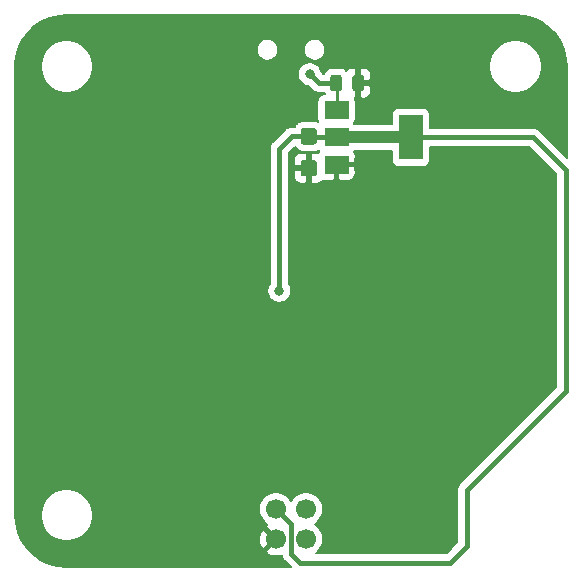
<source format=gbl>
G04 #@! TF.GenerationSoftware,KiCad,Pcbnew,(5.1.0)-1*
G04 #@! TF.CreationDate,2019-04-07T12:03:36+10:00*
G04 #@! TF.ProjectId,SAO101,53414f31-3031-42e6-9b69-6361645f7063,rev?*
G04 #@! TF.SameCoordinates,Original*
G04 #@! TF.FileFunction,Copper,L2,Bot*
G04 #@! TF.FilePolarity,Positive*
%FSLAX46Y46*%
G04 Gerber Fmt 4.6, Leading zero omitted, Abs format (unit mm)*
G04 Created by KiCad (PCBNEW (5.1.0)-1) date 2019-04-07 12:03:36*
%MOMM*%
%LPD*%
G04 APERTURE LIST*
%ADD10C,0.100000*%
%ADD11C,0.975000*%
%ADD12C,1.350000*%
%ADD13R,2.000000X3.800000*%
%ADD14R,2.000000X1.500000*%
%ADD15C,1.700000*%
%ADD16C,0.800000*%
%ADD17C,0.600000*%
%ADD18C,0.250000*%
%ADD19C,0.400000*%
%ADD20C,1.000000*%
%ADD21C,0.200000*%
G04 APERTURE END LIST*
D10*
G36*
X131080142Y-65701174D02*
G01*
X131103803Y-65704684D01*
X131127007Y-65710496D01*
X131149529Y-65718554D01*
X131171153Y-65728782D01*
X131191670Y-65741079D01*
X131210883Y-65755329D01*
X131228607Y-65771393D01*
X131244671Y-65789117D01*
X131258921Y-65808330D01*
X131271218Y-65828847D01*
X131281446Y-65850471D01*
X131289504Y-65872993D01*
X131295316Y-65896197D01*
X131298826Y-65919858D01*
X131300000Y-65943750D01*
X131300000Y-66856250D01*
X131298826Y-66880142D01*
X131295316Y-66903803D01*
X131289504Y-66927007D01*
X131281446Y-66949529D01*
X131271218Y-66971153D01*
X131258921Y-66991670D01*
X131244671Y-67010883D01*
X131228607Y-67028607D01*
X131210883Y-67044671D01*
X131191670Y-67058921D01*
X131171153Y-67071218D01*
X131149529Y-67081446D01*
X131127007Y-67089504D01*
X131103803Y-67095316D01*
X131080142Y-67098826D01*
X131056250Y-67100000D01*
X130568750Y-67100000D01*
X130544858Y-67098826D01*
X130521197Y-67095316D01*
X130497993Y-67089504D01*
X130475471Y-67081446D01*
X130453847Y-67071218D01*
X130433330Y-67058921D01*
X130414117Y-67044671D01*
X130396393Y-67028607D01*
X130380329Y-67010883D01*
X130366079Y-66991670D01*
X130353782Y-66971153D01*
X130343554Y-66949529D01*
X130335496Y-66927007D01*
X130329684Y-66903803D01*
X130326174Y-66880142D01*
X130325000Y-66856250D01*
X130325000Y-65943750D01*
X130326174Y-65919858D01*
X130329684Y-65896197D01*
X130335496Y-65872993D01*
X130343554Y-65850471D01*
X130353782Y-65828847D01*
X130366079Y-65808330D01*
X130380329Y-65789117D01*
X130396393Y-65771393D01*
X130414117Y-65755329D01*
X130433330Y-65741079D01*
X130453847Y-65728782D01*
X130475471Y-65718554D01*
X130497993Y-65710496D01*
X130521197Y-65704684D01*
X130544858Y-65701174D01*
X130568750Y-65700000D01*
X131056250Y-65700000D01*
X131080142Y-65701174D01*
X131080142Y-65701174D01*
G37*
D11*
X130812500Y-66400000D03*
D10*
G36*
X132955142Y-65701174D02*
G01*
X132978803Y-65704684D01*
X133002007Y-65710496D01*
X133024529Y-65718554D01*
X133046153Y-65728782D01*
X133066670Y-65741079D01*
X133085883Y-65755329D01*
X133103607Y-65771393D01*
X133119671Y-65789117D01*
X133133921Y-65808330D01*
X133146218Y-65828847D01*
X133156446Y-65850471D01*
X133164504Y-65872993D01*
X133170316Y-65896197D01*
X133173826Y-65919858D01*
X133175000Y-65943750D01*
X133175000Y-66856250D01*
X133173826Y-66880142D01*
X133170316Y-66903803D01*
X133164504Y-66927007D01*
X133156446Y-66949529D01*
X133146218Y-66971153D01*
X133133921Y-66991670D01*
X133119671Y-67010883D01*
X133103607Y-67028607D01*
X133085883Y-67044671D01*
X133066670Y-67058921D01*
X133046153Y-67071218D01*
X133024529Y-67081446D01*
X133002007Y-67089504D01*
X132978803Y-67095316D01*
X132955142Y-67098826D01*
X132931250Y-67100000D01*
X132443750Y-67100000D01*
X132419858Y-67098826D01*
X132396197Y-67095316D01*
X132372993Y-67089504D01*
X132350471Y-67081446D01*
X132328847Y-67071218D01*
X132308330Y-67058921D01*
X132289117Y-67044671D01*
X132271393Y-67028607D01*
X132255329Y-67010883D01*
X132241079Y-66991670D01*
X132228782Y-66971153D01*
X132218554Y-66949529D01*
X132210496Y-66927007D01*
X132204684Y-66903803D01*
X132201174Y-66880142D01*
X132200000Y-66856250D01*
X132200000Y-65943750D01*
X132201174Y-65919858D01*
X132204684Y-65896197D01*
X132210496Y-65872993D01*
X132218554Y-65850471D01*
X132228782Y-65828847D01*
X132241079Y-65808330D01*
X132255329Y-65789117D01*
X132271393Y-65771393D01*
X132289117Y-65755329D01*
X132308330Y-65741079D01*
X132328847Y-65728782D01*
X132350471Y-65718554D01*
X132372993Y-65710496D01*
X132396197Y-65704684D01*
X132419858Y-65701174D01*
X132443750Y-65700000D01*
X132931250Y-65700000D01*
X132955142Y-65701174D01*
X132955142Y-65701174D01*
G37*
D11*
X132687500Y-66400000D03*
D10*
G36*
X128949505Y-70201204D02*
G01*
X128973773Y-70204804D01*
X128997572Y-70210765D01*
X129020671Y-70219030D01*
X129042850Y-70229520D01*
X129063893Y-70242132D01*
X129083599Y-70256747D01*
X129101777Y-70273223D01*
X129118253Y-70291401D01*
X129132868Y-70311107D01*
X129145480Y-70332150D01*
X129155970Y-70354329D01*
X129164235Y-70377428D01*
X129170196Y-70401227D01*
X129173796Y-70425495D01*
X129175000Y-70449999D01*
X129175000Y-71350001D01*
X129173796Y-71374505D01*
X129170196Y-71398773D01*
X129164235Y-71422572D01*
X129155970Y-71445671D01*
X129145480Y-71467850D01*
X129132868Y-71488893D01*
X129118253Y-71508599D01*
X129101777Y-71526777D01*
X129083599Y-71543253D01*
X129063893Y-71557868D01*
X129042850Y-71570480D01*
X129020671Y-71580970D01*
X128997572Y-71589235D01*
X128973773Y-71595196D01*
X128949505Y-71598796D01*
X128925001Y-71600000D01*
X128074999Y-71600000D01*
X128050495Y-71598796D01*
X128026227Y-71595196D01*
X128002428Y-71589235D01*
X127979329Y-71580970D01*
X127957150Y-71570480D01*
X127936107Y-71557868D01*
X127916401Y-71543253D01*
X127898223Y-71526777D01*
X127881747Y-71508599D01*
X127867132Y-71488893D01*
X127854520Y-71467850D01*
X127844030Y-71445671D01*
X127835765Y-71422572D01*
X127829804Y-71398773D01*
X127826204Y-71374505D01*
X127825000Y-71350001D01*
X127825000Y-70449999D01*
X127826204Y-70425495D01*
X127829804Y-70401227D01*
X127835765Y-70377428D01*
X127844030Y-70354329D01*
X127854520Y-70332150D01*
X127867132Y-70311107D01*
X127881747Y-70291401D01*
X127898223Y-70273223D01*
X127916401Y-70256747D01*
X127936107Y-70242132D01*
X127957150Y-70229520D01*
X127979329Y-70219030D01*
X128002428Y-70210765D01*
X128026227Y-70204804D01*
X128050495Y-70201204D01*
X128074999Y-70200000D01*
X128925001Y-70200000D01*
X128949505Y-70201204D01*
X128949505Y-70201204D01*
G37*
D12*
X128500000Y-70900000D03*
D10*
G36*
X128949505Y-72901204D02*
G01*
X128973773Y-72904804D01*
X128997572Y-72910765D01*
X129020671Y-72919030D01*
X129042850Y-72929520D01*
X129063893Y-72942132D01*
X129083599Y-72956747D01*
X129101777Y-72973223D01*
X129118253Y-72991401D01*
X129132868Y-73011107D01*
X129145480Y-73032150D01*
X129155970Y-73054329D01*
X129164235Y-73077428D01*
X129170196Y-73101227D01*
X129173796Y-73125495D01*
X129175000Y-73149999D01*
X129175000Y-74050001D01*
X129173796Y-74074505D01*
X129170196Y-74098773D01*
X129164235Y-74122572D01*
X129155970Y-74145671D01*
X129145480Y-74167850D01*
X129132868Y-74188893D01*
X129118253Y-74208599D01*
X129101777Y-74226777D01*
X129083599Y-74243253D01*
X129063893Y-74257868D01*
X129042850Y-74270480D01*
X129020671Y-74280970D01*
X128997572Y-74289235D01*
X128973773Y-74295196D01*
X128949505Y-74298796D01*
X128925001Y-74300000D01*
X128074999Y-74300000D01*
X128050495Y-74298796D01*
X128026227Y-74295196D01*
X128002428Y-74289235D01*
X127979329Y-74280970D01*
X127957150Y-74270480D01*
X127936107Y-74257868D01*
X127916401Y-74243253D01*
X127898223Y-74226777D01*
X127881747Y-74208599D01*
X127867132Y-74188893D01*
X127854520Y-74167850D01*
X127844030Y-74145671D01*
X127835765Y-74122572D01*
X127829804Y-74098773D01*
X127826204Y-74074505D01*
X127825000Y-74050001D01*
X127825000Y-73149999D01*
X127826204Y-73125495D01*
X127829804Y-73101227D01*
X127835765Y-73077428D01*
X127844030Y-73054329D01*
X127854520Y-73032150D01*
X127867132Y-73011107D01*
X127881747Y-72991401D01*
X127898223Y-72973223D01*
X127916401Y-72956747D01*
X127936107Y-72942132D01*
X127957150Y-72929520D01*
X127979329Y-72919030D01*
X128002428Y-72910765D01*
X128026227Y-72904804D01*
X128050495Y-72901204D01*
X128074999Y-72900000D01*
X128925001Y-72900000D01*
X128949505Y-72901204D01*
X128949505Y-72901204D01*
G37*
D12*
X128500000Y-73600000D03*
D13*
X137150000Y-71000000D03*
D14*
X130850000Y-71000000D03*
X130850000Y-68700000D03*
X130850000Y-73300000D03*
D15*
X128270000Y-102480000D03*
X125730000Y-102480000D03*
X128270000Y-105020000D03*
X125730000Y-105020000D03*
D16*
X128588652Y-65636348D03*
D17*
X145800000Y-76000000D03*
X145800000Y-78300000D03*
X145800000Y-80500000D03*
X145800000Y-82800000D03*
X145800000Y-85000000D03*
X145800000Y-87300000D03*
X145800000Y-89500000D03*
X145800000Y-91800000D03*
X134300000Y-88200000D03*
X132800000Y-89600000D03*
X118000000Y-94800000D03*
X114200000Y-94900000D03*
X110100000Y-94900000D03*
X105800000Y-95000000D03*
X107100000Y-80900000D03*
X109200000Y-80900000D03*
X114800000Y-81000000D03*
X116900000Y-81000000D03*
X121625000Y-85625000D03*
X125700000Y-65600000D03*
X130600000Y-89600000D03*
X130900000Y-75000000D03*
X127000000Y-73600000D03*
D16*
X126000000Y-84000000D03*
D18*
X130850000Y-66787500D02*
X130812500Y-66750000D01*
X130850000Y-68700000D02*
X130850000Y-66787500D01*
D19*
X130812500Y-66400000D02*
X129352304Y-66400000D01*
X129352304Y-66400000D02*
X128588652Y-65636348D01*
X128600000Y-71000000D02*
X128500000Y-70900000D01*
X130850000Y-71000000D02*
X128600000Y-71000000D01*
X147500000Y-71000000D02*
X137150000Y-71000000D01*
X150250000Y-73750000D02*
X147500000Y-71000000D01*
X150250000Y-92500000D02*
X150250000Y-73750000D01*
X141875000Y-100875000D02*
X150250000Y-92500000D01*
X127019999Y-103769999D02*
X127019999Y-106269999D01*
X125730000Y-102480000D02*
X127019999Y-103769999D01*
X127019999Y-106269999D02*
X127750000Y-107000000D01*
X127750000Y-107000000D02*
X140500000Y-107000000D01*
X140500000Y-107000000D02*
X141875000Y-105625000D01*
X141875000Y-105625000D02*
X141875000Y-100875000D01*
D20*
X130850000Y-71000000D02*
X137150000Y-71000000D01*
D19*
X127100000Y-70900000D02*
X128500000Y-70900000D01*
X126000000Y-72000000D02*
X127100000Y-70900000D01*
X126000000Y-83000000D02*
X126000000Y-72000000D01*
X126000000Y-83000000D02*
X126000000Y-84000000D01*
D21*
G36*
X146772882Y-60704494D02*
G01*
X147521339Y-60909249D01*
X148221700Y-61243304D01*
X148851844Y-61696108D01*
X149391842Y-62253343D01*
X149824627Y-62897395D01*
X150136520Y-63607906D01*
X150318833Y-64367292D01*
X150367000Y-65023210D01*
X150367000Y-72724316D01*
X148099411Y-70456728D01*
X148074106Y-70425894D01*
X147951072Y-70324922D01*
X147810704Y-70249894D01*
X147658396Y-70203692D01*
X147539688Y-70192000D01*
X147539680Y-70192000D01*
X147500000Y-70188092D01*
X147460320Y-70192000D01*
X138760941Y-70192000D01*
X138760941Y-69100000D01*
X138749202Y-68980811D01*
X138714436Y-68866203D01*
X138657979Y-68760579D01*
X138582001Y-68667999D01*
X138489421Y-68592021D01*
X138383797Y-68535564D01*
X138269189Y-68500798D01*
X138150000Y-68489059D01*
X136150000Y-68489059D01*
X136030811Y-68500798D01*
X135916203Y-68535564D01*
X135810579Y-68592021D01*
X135717999Y-68667999D01*
X135642021Y-68760579D01*
X135585564Y-68866203D01*
X135550798Y-68980811D01*
X135539059Y-69100000D01*
X135539059Y-69892000D01*
X132342732Y-69892000D01*
X132308263Y-69850000D01*
X132357979Y-69789421D01*
X132414436Y-69683797D01*
X132449202Y-69569189D01*
X132460941Y-69450000D01*
X132460941Y-67950000D01*
X132449202Y-67830811D01*
X132414436Y-67716203D01*
X132400106Y-67689394D01*
X132533500Y-67556000D01*
X132533500Y-66554000D01*
X132841500Y-66554000D01*
X132841500Y-67556000D01*
X132993500Y-67708000D01*
X133175000Y-67710942D01*
X133294189Y-67699203D01*
X133408797Y-67664437D01*
X133514421Y-67607980D01*
X133607001Y-67532001D01*
X133682980Y-67439421D01*
X133739437Y-67333797D01*
X133774203Y-67219189D01*
X133785942Y-67100000D01*
X133783000Y-66706000D01*
X133631000Y-66554000D01*
X132841500Y-66554000D01*
X132533500Y-66554000D01*
X132513500Y-66554000D01*
X132513500Y-66246000D01*
X132533500Y-66246000D01*
X132533500Y-65244000D01*
X132841500Y-65244000D01*
X132841500Y-66246000D01*
X133631000Y-66246000D01*
X133783000Y-66094000D01*
X133785942Y-65700000D01*
X133774203Y-65580811D01*
X133739437Y-65466203D01*
X133682980Y-65360579D01*
X133607001Y-65267999D01*
X133514421Y-65192020D01*
X133408797Y-65135563D01*
X133294189Y-65100797D01*
X133175000Y-65089058D01*
X132993500Y-65092000D01*
X132841500Y-65244000D01*
X132533500Y-65244000D01*
X132381500Y-65092000D01*
X132200000Y-65089058D01*
X132080811Y-65100797D01*
X131966203Y-65135563D01*
X131860579Y-65192020D01*
X131767999Y-65267999D01*
X131692020Y-65360579D01*
X131686489Y-65370928D01*
X131660608Y-65339392D01*
X131531091Y-65233100D01*
X131383326Y-65154118D01*
X131222992Y-65105482D01*
X131056250Y-65089059D01*
X130568750Y-65089059D01*
X130402008Y-65105482D01*
X130241674Y-65154118D01*
X130093909Y-65233100D01*
X129964392Y-65339392D01*
X129858100Y-65468909D01*
X129792307Y-65592000D01*
X129686988Y-65592000D01*
X129587861Y-65492873D01*
X129557915Y-65342325D01*
X129481930Y-65158881D01*
X129371617Y-64993786D01*
X129231214Y-64853383D01*
X129125177Y-64782531D01*
X143792000Y-64782531D01*
X143792000Y-65217469D01*
X143876852Y-65644050D01*
X144043295Y-66045880D01*
X144284934Y-66407518D01*
X144592482Y-66715066D01*
X144954120Y-66956705D01*
X145355950Y-67123148D01*
X145782531Y-67208000D01*
X146217469Y-67208000D01*
X146644050Y-67123148D01*
X147045880Y-66956705D01*
X147407518Y-66715066D01*
X147715066Y-66407518D01*
X147956705Y-66045880D01*
X148123148Y-65644050D01*
X148208000Y-65217469D01*
X148208000Y-64782531D01*
X148123148Y-64355950D01*
X147956705Y-63954120D01*
X147715066Y-63592482D01*
X147407518Y-63284934D01*
X147045880Y-63043295D01*
X146644050Y-62876852D01*
X146217469Y-62792000D01*
X145782531Y-62792000D01*
X145355950Y-62876852D01*
X144954120Y-63043295D01*
X144592482Y-63284934D01*
X144284934Y-63592482D01*
X144043295Y-63954120D01*
X143876852Y-64355950D01*
X143792000Y-64782531D01*
X129125177Y-64782531D01*
X129066119Y-64743070D01*
X128882675Y-64667085D01*
X128687931Y-64628348D01*
X128489373Y-64628348D01*
X128294629Y-64667085D01*
X128111185Y-64743070D01*
X127946090Y-64853383D01*
X127805687Y-64993786D01*
X127695374Y-65158881D01*
X127619389Y-65342325D01*
X127580652Y-65537069D01*
X127580652Y-65735627D01*
X127619389Y-65930371D01*
X127695374Y-66113815D01*
X127805687Y-66278910D01*
X127946090Y-66419313D01*
X128111185Y-66529626D01*
X128294629Y-66605611D01*
X128445177Y-66635557D01*
X128752897Y-66943277D01*
X128778198Y-66974106D01*
X128901232Y-67075078D01*
X129041600Y-67150106D01*
X129147705Y-67182293D01*
X129193907Y-67196308D01*
X129197908Y-67196702D01*
X129312616Y-67208000D01*
X129312623Y-67208000D01*
X129352303Y-67211908D01*
X129391983Y-67208000D01*
X129792307Y-67208000D01*
X129858100Y-67331091D01*
X129864639Y-67339059D01*
X129850000Y-67339059D01*
X129730811Y-67350798D01*
X129616203Y-67385564D01*
X129510579Y-67442021D01*
X129417999Y-67517999D01*
X129342021Y-67610579D01*
X129285564Y-67716203D01*
X129250798Y-67830811D01*
X129239059Y-67950000D01*
X129239059Y-69450000D01*
X129250798Y-69569189D01*
X129281009Y-69668780D01*
X129254468Y-69654594D01*
X129092962Y-69605602D01*
X128925001Y-69589059D01*
X128074999Y-69589059D01*
X127907038Y-69605602D01*
X127745532Y-69654594D01*
X127596686Y-69734154D01*
X127466222Y-69841222D01*
X127359154Y-69971686D01*
X127294845Y-70092000D01*
X127139680Y-70092000D01*
X127100000Y-70088092D01*
X127060320Y-70092000D01*
X127060312Y-70092000D01*
X126955536Y-70102320D01*
X126941603Y-70103692D01*
X126789295Y-70149894D01*
X126740402Y-70176029D01*
X126648928Y-70224922D01*
X126525894Y-70325894D01*
X126500594Y-70356722D01*
X125456723Y-71400594D01*
X125425895Y-71425894D01*
X125324923Y-71548928D01*
X125257495Y-71675077D01*
X125249895Y-71689296D01*
X125203692Y-71841604D01*
X125188092Y-72000000D01*
X125192001Y-72039690D01*
X125192000Y-82960312D01*
X125192000Y-83394905D01*
X125106722Y-83522533D01*
X125030737Y-83705977D01*
X124992000Y-83900721D01*
X124992000Y-84099279D01*
X125030737Y-84294023D01*
X125106722Y-84477467D01*
X125217035Y-84642562D01*
X125357438Y-84782965D01*
X125522533Y-84893278D01*
X125705977Y-84969263D01*
X125900721Y-85008000D01*
X126099279Y-85008000D01*
X126294023Y-84969263D01*
X126477467Y-84893278D01*
X126642562Y-84782965D01*
X126782965Y-84642562D01*
X126893278Y-84477467D01*
X126969263Y-84294023D01*
X127008000Y-84099279D01*
X127008000Y-83900721D01*
X126969263Y-83705977D01*
X126893278Y-83522533D01*
X126808000Y-83394906D01*
X126808000Y-74300000D01*
X127214058Y-74300000D01*
X127225797Y-74419189D01*
X127260563Y-74533797D01*
X127317020Y-74639421D01*
X127392999Y-74732001D01*
X127485579Y-74807980D01*
X127591203Y-74864437D01*
X127705811Y-74899203D01*
X127825000Y-74910942D01*
X128194000Y-74908000D01*
X128346000Y-74756000D01*
X128346000Y-73754000D01*
X127369000Y-73754000D01*
X127217000Y-73906000D01*
X127214058Y-74300000D01*
X126808000Y-74300000D01*
X126808000Y-72900000D01*
X127214058Y-72900000D01*
X127217000Y-73294000D01*
X127369000Y-73446000D01*
X128346000Y-73446000D01*
X128346000Y-72444000D01*
X128194000Y-72292000D01*
X127825000Y-72289058D01*
X127705811Y-72300797D01*
X127591203Y-72335563D01*
X127485579Y-72392020D01*
X127392999Y-72467999D01*
X127317020Y-72560579D01*
X127260563Y-72666203D01*
X127225797Y-72780811D01*
X127214058Y-72900000D01*
X126808000Y-72900000D01*
X126808000Y-72334683D01*
X127343554Y-71799129D01*
X127359154Y-71828314D01*
X127466222Y-71958778D01*
X127596686Y-72065846D01*
X127745532Y-72145406D01*
X127907038Y-72194398D01*
X128074999Y-72210941D01*
X128925001Y-72210941D01*
X129092962Y-72194398D01*
X129254468Y-72145406D01*
X129347262Y-72095807D01*
X129391736Y-72150000D01*
X129342020Y-72210579D01*
X129293817Y-72300760D01*
X129175000Y-72289058D01*
X128806000Y-72292000D01*
X128654000Y-72444000D01*
X128654000Y-73446000D01*
X128674000Y-73446000D01*
X128674000Y-73754000D01*
X128654000Y-73754000D01*
X128654000Y-74756000D01*
X128806000Y-74908000D01*
X129175000Y-74910942D01*
X129294189Y-74899203D01*
X129408797Y-74864437D01*
X129514421Y-74807980D01*
X129607001Y-74732001D01*
X129682980Y-74639421D01*
X129685154Y-74635353D01*
X129730811Y-74649203D01*
X129850000Y-74660942D01*
X130544000Y-74658000D01*
X130696000Y-74506000D01*
X130696000Y-73454000D01*
X131004000Y-73454000D01*
X131004000Y-74506000D01*
X131156000Y-74658000D01*
X131850000Y-74660942D01*
X131969189Y-74649203D01*
X132083797Y-74614437D01*
X132189421Y-74557980D01*
X132282001Y-74482001D01*
X132357980Y-74389421D01*
X132414437Y-74283797D01*
X132449203Y-74169189D01*
X132460942Y-74050000D01*
X132458000Y-73606000D01*
X132306000Y-73454000D01*
X131004000Y-73454000D01*
X130696000Y-73454000D01*
X130676000Y-73454000D01*
X130676000Y-73146000D01*
X130696000Y-73146000D01*
X130696000Y-73126000D01*
X131004000Y-73126000D01*
X131004000Y-73146000D01*
X132306000Y-73146000D01*
X132458000Y-72994000D01*
X132460942Y-72550000D01*
X132449203Y-72430811D01*
X132414437Y-72316203D01*
X132357980Y-72210579D01*
X132308264Y-72150000D01*
X132342732Y-72108000D01*
X135539059Y-72108000D01*
X135539059Y-72900000D01*
X135550798Y-73019189D01*
X135585564Y-73133797D01*
X135642021Y-73239421D01*
X135717999Y-73332001D01*
X135810579Y-73407979D01*
X135916203Y-73464436D01*
X136030811Y-73499202D01*
X136150000Y-73510941D01*
X138150000Y-73510941D01*
X138269189Y-73499202D01*
X138383797Y-73464436D01*
X138489421Y-73407979D01*
X138582001Y-73332001D01*
X138657979Y-73239421D01*
X138714436Y-73133797D01*
X138749202Y-73019189D01*
X138760941Y-72900000D01*
X138760941Y-71808000D01*
X147165317Y-71808000D01*
X149442001Y-74084685D01*
X149442000Y-92165315D01*
X141331723Y-100275594D01*
X141300895Y-100300894D01*
X141199923Y-100423928D01*
X141124895Y-100564296D01*
X141078692Y-100716604D01*
X141063092Y-100875000D01*
X141067001Y-100914690D01*
X141067000Y-105290315D01*
X140165317Y-106192000D01*
X129140309Y-106192000D01*
X129199421Y-106152503D01*
X129402503Y-105949421D01*
X129562063Y-105710622D01*
X129671970Y-105445283D01*
X129728000Y-105163601D01*
X129728000Y-104876399D01*
X129671970Y-104594717D01*
X129562063Y-104329378D01*
X129402503Y-104090579D01*
X129199421Y-103887497D01*
X128993642Y-103750000D01*
X129199421Y-103612503D01*
X129402503Y-103409421D01*
X129562063Y-103170622D01*
X129671970Y-102905283D01*
X129728000Y-102623601D01*
X129728000Y-102336399D01*
X129671970Y-102054717D01*
X129562063Y-101789378D01*
X129402503Y-101550579D01*
X129199421Y-101347497D01*
X128960622Y-101187937D01*
X128695283Y-101078030D01*
X128413601Y-101022000D01*
X128126399Y-101022000D01*
X127844717Y-101078030D01*
X127579378Y-101187937D01*
X127340579Y-101347497D01*
X127137497Y-101550579D01*
X127000000Y-101756358D01*
X126862503Y-101550579D01*
X126659421Y-101347497D01*
X126420622Y-101187937D01*
X126155283Y-101078030D01*
X125873601Y-101022000D01*
X125586399Y-101022000D01*
X125304717Y-101078030D01*
X125039378Y-101187937D01*
X124800579Y-101347497D01*
X124597497Y-101550579D01*
X124437937Y-101789378D01*
X124328030Y-102054717D01*
X124272000Y-102336399D01*
X124272000Y-102623601D01*
X124328030Y-102905283D01*
X124437937Y-103170622D01*
X124597497Y-103409421D01*
X124800579Y-103612503D01*
X125003401Y-103748024D01*
X124998221Y-103750793D01*
X124916832Y-103989043D01*
X125730000Y-104802211D01*
X125744142Y-104788069D01*
X125961931Y-105005858D01*
X125947789Y-105020000D01*
X125961931Y-105034142D01*
X125744142Y-105251931D01*
X125730000Y-105237789D01*
X124916832Y-106050957D01*
X124998221Y-106289207D01*
X125259891Y-106407583D01*
X125539628Y-106472634D01*
X125826681Y-106481862D01*
X126110018Y-106434911D01*
X126220240Y-106393353D01*
X126223691Y-106428395D01*
X126243790Y-106494650D01*
X126269894Y-106580703D01*
X126344922Y-106721071D01*
X126445894Y-106844105D01*
X126476722Y-106869405D01*
X126974316Y-107367000D01*
X108028191Y-107367000D01*
X107227116Y-107295506D01*
X106478663Y-107090752D01*
X105778300Y-106756696D01*
X105148156Y-106303892D01*
X104608158Y-105746657D01*
X104175374Y-105102607D01*
X103863480Y-104392094D01*
X103681167Y-103632708D01*
X103633000Y-102976791D01*
X103633000Y-102782531D01*
X105792000Y-102782531D01*
X105792000Y-103217469D01*
X105876852Y-103644050D01*
X106043295Y-104045880D01*
X106284934Y-104407518D01*
X106592482Y-104715066D01*
X106954120Y-104956705D01*
X107355950Y-105123148D01*
X107782531Y-105208000D01*
X108217469Y-105208000D01*
X108644050Y-105123148D01*
X108659662Y-105116681D01*
X124268138Y-105116681D01*
X124315089Y-105400018D01*
X124416413Y-105668752D01*
X124460793Y-105751779D01*
X124699043Y-105833168D01*
X125512211Y-105020000D01*
X124699043Y-104206832D01*
X124460793Y-104288221D01*
X124342417Y-104549891D01*
X124277366Y-104829628D01*
X124268138Y-105116681D01*
X108659662Y-105116681D01*
X109045880Y-104956705D01*
X109407518Y-104715066D01*
X109715066Y-104407518D01*
X109956705Y-104045880D01*
X110123148Y-103644050D01*
X110208000Y-103217469D01*
X110208000Y-102782531D01*
X110123148Y-102355950D01*
X109956705Y-101954120D01*
X109715066Y-101592482D01*
X109407518Y-101284934D01*
X109045880Y-101043295D01*
X108644050Y-100876852D01*
X108217469Y-100792000D01*
X107782531Y-100792000D01*
X107355950Y-100876852D01*
X106954120Y-101043295D01*
X106592482Y-101284934D01*
X106284934Y-101592482D01*
X106043295Y-101954120D01*
X105876852Y-102355950D01*
X105792000Y-102782531D01*
X103633000Y-102782531D01*
X103633000Y-65028191D01*
X103654924Y-64782531D01*
X105792000Y-64782531D01*
X105792000Y-65217469D01*
X105876852Y-65644050D01*
X106043295Y-66045880D01*
X106284934Y-66407518D01*
X106592482Y-66715066D01*
X106954120Y-66956705D01*
X107355950Y-67123148D01*
X107782531Y-67208000D01*
X108217469Y-67208000D01*
X108644050Y-67123148D01*
X109045880Y-66956705D01*
X109407518Y-66715066D01*
X109715066Y-66407518D01*
X109956705Y-66045880D01*
X110123148Y-65644050D01*
X110208000Y-65217469D01*
X110208000Y-64782531D01*
X110123148Y-64355950D01*
X109956705Y-63954120D01*
X109715066Y-63592482D01*
X109613154Y-63490570D01*
X124092000Y-63490570D01*
X124092000Y-63669430D01*
X124126894Y-63844854D01*
X124195341Y-64010099D01*
X124294711Y-64158816D01*
X124421184Y-64285289D01*
X124569901Y-64384659D01*
X124735146Y-64453106D01*
X124910570Y-64488000D01*
X125089430Y-64488000D01*
X125264854Y-64453106D01*
X125430099Y-64384659D01*
X125578816Y-64285289D01*
X125705289Y-64158816D01*
X125804659Y-64010099D01*
X125873106Y-63844854D01*
X125908000Y-63669430D01*
X125908000Y-63490570D01*
X128092000Y-63490570D01*
X128092000Y-63669430D01*
X128126894Y-63844854D01*
X128195341Y-64010099D01*
X128294711Y-64158816D01*
X128421184Y-64285289D01*
X128569901Y-64384659D01*
X128735146Y-64453106D01*
X128910570Y-64488000D01*
X129089430Y-64488000D01*
X129264854Y-64453106D01*
X129430099Y-64384659D01*
X129578816Y-64285289D01*
X129705289Y-64158816D01*
X129804659Y-64010099D01*
X129873106Y-63844854D01*
X129908000Y-63669430D01*
X129908000Y-63490570D01*
X129873106Y-63315146D01*
X129804659Y-63149901D01*
X129705289Y-63001184D01*
X129578816Y-62874711D01*
X129430099Y-62775341D01*
X129264854Y-62706894D01*
X129089430Y-62672000D01*
X128910570Y-62672000D01*
X128735146Y-62706894D01*
X128569901Y-62775341D01*
X128421184Y-62874711D01*
X128294711Y-63001184D01*
X128195341Y-63149901D01*
X128126894Y-63315146D01*
X128092000Y-63490570D01*
X125908000Y-63490570D01*
X125873106Y-63315146D01*
X125804659Y-63149901D01*
X125705289Y-63001184D01*
X125578816Y-62874711D01*
X125430099Y-62775341D01*
X125264854Y-62706894D01*
X125089430Y-62672000D01*
X124910570Y-62672000D01*
X124735146Y-62706894D01*
X124569901Y-62775341D01*
X124421184Y-62874711D01*
X124294711Y-63001184D01*
X124195341Y-63149901D01*
X124126894Y-63315146D01*
X124092000Y-63490570D01*
X109613154Y-63490570D01*
X109407518Y-63284934D01*
X109045880Y-63043295D01*
X108644050Y-62876852D01*
X108217469Y-62792000D01*
X107782531Y-62792000D01*
X107355950Y-62876852D01*
X106954120Y-63043295D01*
X106592482Y-63284934D01*
X106284934Y-63592482D01*
X106043295Y-63954120D01*
X105876852Y-64355950D01*
X105792000Y-64782531D01*
X103654924Y-64782531D01*
X103704494Y-64227118D01*
X103909249Y-63478661D01*
X104243304Y-62778300D01*
X104696108Y-62148156D01*
X105253343Y-61608158D01*
X105897395Y-61175373D01*
X106607906Y-60863480D01*
X107367292Y-60681167D01*
X108023210Y-60633000D01*
X145971809Y-60633000D01*
X146772882Y-60704494D01*
X146772882Y-60704494D01*
G37*
X146772882Y-60704494D02*
X147521339Y-60909249D01*
X148221700Y-61243304D01*
X148851844Y-61696108D01*
X149391842Y-62253343D01*
X149824627Y-62897395D01*
X150136520Y-63607906D01*
X150318833Y-64367292D01*
X150367000Y-65023210D01*
X150367000Y-72724316D01*
X148099411Y-70456728D01*
X148074106Y-70425894D01*
X147951072Y-70324922D01*
X147810704Y-70249894D01*
X147658396Y-70203692D01*
X147539688Y-70192000D01*
X147539680Y-70192000D01*
X147500000Y-70188092D01*
X147460320Y-70192000D01*
X138760941Y-70192000D01*
X138760941Y-69100000D01*
X138749202Y-68980811D01*
X138714436Y-68866203D01*
X138657979Y-68760579D01*
X138582001Y-68667999D01*
X138489421Y-68592021D01*
X138383797Y-68535564D01*
X138269189Y-68500798D01*
X138150000Y-68489059D01*
X136150000Y-68489059D01*
X136030811Y-68500798D01*
X135916203Y-68535564D01*
X135810579Y-68592021D01*
X135717999Y-68667999D01*
X135642021Y-68760579D01*
X135585564Y-68866203D01*
X135550798Y-68980811D01*
X135539059Y-69100000D01*
X135539059Y-69892000D01*
X132342732Y-69892000D01*
X132308263Y-69850000D01*
X132357979Y-69789421D01*
X132414436Y-69683797D01*
X132449202Y-69569189D01*
X132460941Y-69450000D01*
X132460941Y-67950000D01*
X132449202Y-67830811D01*
X132414436Y-67716203D01*
X132400106Y-67689394D01*
X132533500Y-67556000D01*
X132533500Y-66554000D01*
X132841500Y-66554000D01*
X132841500Y-67556000D01*
X132993500Y-67708000D01*
X133175000Y-67710942D01*
X133294189Y-67699203D01*
X133408797Y-67664437D01*
X133514421Y-67607980D01*
X133607001Y-67532001D01*
X133682980Y-67439421D01*
X133739437Y-67333797D01*
X133774203Y-67219189D01*
X133785942Y-67100000D01*
X133783000Y-66706000D01*
X133631000Y-66554000D01*
X132841500Y-66554000D01*
X132533500Y-66554000D01*
X132513500Y-66554000D01*
X132513500Y-66246000D01*
X132533500Y-66246000D01*
X132533500Y-65244000D01*
X132841500Y-65244000D01*
X132841500Y-66246000D01*
X133631000Y-66246000D01*
X133783000Y-66094000D01*
X133785942Y-65700000D01*
X133774203Y-65580811D01*
X133739437Y-65466203D01*
X133682980Y-65360579D01*
X133607001Y-65267999D01*
X133514421Y-65192020D01*
X133408797Y-65135563D01*
X133294189Y-65100797D01*
X133175000Y-65089058D01*
X132993500Y-65092000D01*
X132841500Y-65244000D01*
X132533500Y-65244000D01*
X132381500Y-65092000D01*
X132200000Y-65089058D01*
X132080811Y-65100797D01*
X131966203Y-65135563D01*
X131860579Y-65192020D01*
X131767999Y-65267999D01*
X131692020Y-65360579D01*
X131686489Y-65370928D01*
X131660608Y-65339392D01*
X131531091Y-65233100D01*
X131383326Y-65154118D01*
X131222992Y-65105482D01*
X131056250Y-65089059D01*
X130568750Y-65089059D01*
X130402008Y-65105482D01*
X130241674Y-65154118D01*
X130093909Y-65233100D01*
X129964392Y-65339392D01*
X129858100Y-65468909D01*
X129792307Y-65592000D01*
X129686988Y-65592000D01*
X129587861Y-65492873D01*
X129557915Y-65342325D01*
X129481930Y-65158881D01*
X129371617Y-64993786D01*
X129231214Y-64853383D01*
X129125177Y-64782531D01*
X143792000Y-64782531D01*
X143792000Y-65217469D01*
X143876852Y-65644050D01*
X144043295Y-66045880D01*
X144284934Y-66407518D01*
X144592482Y-66715066D01*
X144954120Y-66956705D01*
X145355950Y-67123148D01*
X145782531Y-67208000D01*
X146217469Y-67208000D01*
X146644050Y-67123148D01*
X147045880Y-66956705D01*
X147407518Y-66715066D01*
X147715066Y-66407518D01*
X147956705Y-66045880D01*
X148123148Y-65644050D01*
X148208000Y-65217469D01*
X148208000Y-64782531D01*
X148123148Y-64355950D01*
X147956705Y-63954120D01*
X147715066Y-63592482D01*
X147407518Y-63284934D01*
X147045880Y-63043295D01*
X146644050Y-62876852D01*
X146217469Y-62792000D01*
X145782531Y-62792000D01*
X145355950Y-62876852D01*
X144954120Y-63043295D01*
X144592482Y-63284934D01*
X144284934Y-63592482D01*
X144043295Y-63954120D01*
X143876852Y-64355950D01*
X143792000Y-64782531D01*
X129125177Y-64782531D01*
X129066119Y-64743070D01*
X128882675Y-64667085D01*
X128687931Y-64628348D01*
X128489373Y-64628348D01*
X128294629Y-64667085D01*
X128111185Y-64743070D01*
X127946090Y-64853383D01*
X127805687Y-64993786D01*
X127695374Y-65158881D01*
X127619389Y-65342325D01*
X127580652Y-65537069D01*
X127580652Y-65735627D01*
X127619389Y-65930371D01*
X127695374Y-66113815D01*
X127805687Y-66278910D01*
X127946090Y-66419313D01*
X128111185Y-66529626D01*
X128294629Y-66605611D01*
X128445177Y-66635557D01*
X128752897Y-66943277D01*
X128778198Y-66974106D01*
X128901232Y-67075078D01*
X129041600Y-67150106D01*
X129147705Y-67182293D01*
X129193907Y-67196308D01*
X129197908Y-67196702D01*
X129312616Y-67208000D01*
X129312623Y-67208000D01*
X129352303Y-67211908D01*
X129391983Y-67208000D01*
X129792307Y-67208000D01*
X129858100Y-67331091D01*
X129864639Y-67339059D01*
X129850000Y-67339059D01*
X129730811Y-67350798D01*
X129616203Y-67385564D01*
X129510579Y-67442021D01*
X129417999Y-67517999D01*
X129342021Y-67610579D01*
X129285564Y-67716203D01*
X129250798Y-67830811D01*
X129239059Y-67950000D01*
X129239059Y-69450000D01*
X129250798Y-69569189D01*
X129281009Y-69668780D01*
X129254468Y-69654594D01*
X129092962Y-69605602D01*
X128925001Y-69589059D01*
X128074999Y-69589059D01*
X127907038Y-69605602D01*
X127745532Y-69654594D01*
X127596686Y-69734154D01*
X127466222Y-69841222D01*
X127359154Y-69971686D01*
X127294845Y-70092000D01*
X127139680Y-70092000D01*
X127100000Y-70088092D01*
X127060320Y-70092000D01*
X127060312Y-70092000D01*
X126955536Y-70102320D01*
X126941603Y-70103692D01*
X126789295Y-70149894D01*
X126740402Y-70176029D01*
X126648928Y-70224922D01*
X126525894Y-70325894D01*
X126500594Y-70356722D01*
X125456723Y-71400594D01*
X125425895Y-71425894D01*
X125324923Y-71548928D01*
X125257495Y-71675077D01*
X125249895Y-71689296D01*
X125203692Y-71841604D01*
X125188092Y-72000000D01*
X125192001Y-72039690D01*
X125192000Y-82960312D01*
X125192000Y-83394905D01*
X125106722Y-83522533D01*
X125030737Y-83705977D01*
X124992000Y-83900721D01*
X124992000Y-84099279D01*
X125030737Y-84294023D01*
X125106722Y-84477467D01*
X125217035Y-84642562D01*
X125357438Y-84782965D01*
X125522533Y-84893278D01*
X125705977Y-84969263D01*
X125900721Y-85008000D01*
X126099279Y-85008000D01*
X126294023Y-84969263D01*
X126477467Y-84893278D01*
X126642562Y-84782965D01*
X126782965Y-84642562D01*
X126893278Y-84477467D01*
X126969263Y-84294023D01*
X127008000Y-84099279D01*
X127008000Y-83900721D01*
X126969263Y-83705977D01*
X126893278Y-83522533D01*
X126808000Y-83394906D01*
X126808000Y-74300000D01*
X127214058Y-74300000D01*
X127225797Y-74419189D01*
X127260563Y-74533797D01*
X127317020Y-74639421D01*
X127392999Y-74732001D01*
X127485579Y-74807980D01*
X127591203Y-74864437D01*
X127705811Y-74899203D01*
X127825000Y-74910942D01*
X128194000Y-74908000D01*
X128346000Y-74756000D01*
X128346000Y-73754000D01*
X127369000Y-73754000D01*
X127217000Y-73906000D01*
X127214058Y-74300000D01*
X126808000Y-74300000D01*
X126808000Y-72900000D01*
X127214058Y-72900000D01*
X127217000Y-73294000D01*
X127369000Y-73446000D01*
X128346000Y-73446000D01*
X128346000Y-72444000D01*
X128194000Y-72292000D01*
X127825000Y-72289058D01*
X127705811Y-72300797D01*
X127591203Y-72335563D01*
X127485579Y-72392020D01*
X127392999Y-72467999D01*
X127317020Y-72560579D01*
X127260563Y-72666203D01*
X127225797Y-72780811D01*
X127214058Y-72900000D01*
X126808000Y-72900000D01*
X126808000Y-72334683D01*
X127343554Y-71799129D01*
X127359154Y-71828314D01*
X127466222Y-71958778D01*
X127596686Y-72065846D01*
X127745532Y-72145406D01*
X127907038Y-72194398D01*
X128074999Y-72210941D01*
X128925001Y-72210941D01*
X129092962Y-72194398D01*
X129254468Y-72145406D01*
X129347262Y-72095807D01*
X129391736Y-72150000D01*
X129342020Y-72210579D01*
X129293817Y-72300760D01*
X129175000Y-72289058D01*
X128806000Y-72292000D01*
X128654000Y-72444000D01*
X128654000Y-73446000D01*
X128674000Y-73446000D01*
X128674000Y-73754000D01*
X128654000Y-73754000D01*
X128654000Y-74756000D01*
X128806000Y-74908000D01*
X129175000Y-74910942D01*
X129294189Y-74899203D01*
X129408797Y-74864437D01*
X129514421Y-74807980D01*
X129607001Y-74732001D01*
X129682980Y-74639421D01*
X129685154Y-74635353D01*
X129730811Y-74649203D01*
X129850000Y-74660942D01*
X130544000Y-74658000D01*
X130696000Y-74506000D01*
X130696000Y-73454000D01*
X131004000Y-73454000D01*
X131004000Y-74506000D01*
X131156000Y-74658000D01*
X131850000Y-74660942D01*
X131969189Y-74649203D01*
X132083797Y-74614437D01*
X132189421Y-74557980D01*
X132282001Y-74482001D01*
X132357980Y-74389421D01*
X132414437Y-74283797D01*
X132449203Y-74169189D01*
X132460942Y-74050000D01*
X132458000Y-73606000D01*
X132306000Y-73454000D01*
X131004000Y-73454000D01*
X130696000Y-73454000D01*
X130676000Y-73454000D01*
X130676000Y-73146000D01*
X130696000Y-73146000D01*
X130696000Y-73126000D01*
X131004000Y-73126000D01*
X131004000Y-73146000D01*
X132306000Y-73146000D01*
X132458000Y-72994000D01*
X132460942Y-72550000D01*
X132449203Y-72430811D01*
X132414437Y-72316203D01*
X132357980Y-72210579D01*
X132308264Y-72150000D01*
X132342732Y-72108000D01*
X135539059Y-72108000D01*
X135539059Y-72900000D01*
X135550798Y-73019189D01*
X135585564Y-73133797D01*
X135642021Y-73239421D01*
X135717999Y-73332001D01*
X135810579Y-73407979D01*
X135916203Y-73464436D01*
X136030811Y-73499202D01*
X136150000Y-73510941D01*
X138150000Y-73510941D01*
X138269189Y-73499202D01*
X138383797Y-73464436D01*
X138489421Y-73407979D01*
X138582001Y-73332001D01*
X138657979Y-73239421D01*
X138714436Y-73133797D01*
X138749202Y-73019189D01*
X138760941Y-72900000D01*
X138760941Y-71808000D01*
X147165317Y-71808000D01*
X149442001Y-74084685D01*
X149442000Y-92165315D01*
X141331723Y-100275594D01*
X141300895Y-100300894D01*
X141199923Y-100423928D01*
X141124895Y-100564296D01*
X141078692Y-100716604D01*
X141063092Y-100875000D01*
X141067001Y-100914690D01*
X141067000Y-105290315D01*
X140165317Y-106192000D01*
X129140309Y-106192000D01*
X129199421Y-106152503D01*
X129402503Y-105949421D01*
X129562063Y-105710622D01*
X129671970Y-105445283D01*
X129728000Y-105163601D01*
X129728000Y-104876399D01*
X129671970Y-104594717D01*
X129562063Y-104329378D01*
X129402503Y-104090579D01*
X129199421Y-103887497D01*
X128993642Y-103750000D01*
X129199421Y-103612503D01*
X129402503Y-103409421D01*
X129562063Y-103170622D01*
X129671970Y-102905283D01*
X129728000Y-102623601D01*
X129728000Y-102336399D01*
X129671970Y-102054717D01*
X129562063Y-101789378D01*
X129402503Y-101550579D01*
X129199421Y-101347497D01*
X128960622Y-101187937D01*
X128695283Y-101078030D01*
X128413601Y-101022000D01*
X128126399Y-101022000D01*
X127844717Y-101078030D01*
X127579378Y-101187937D01*
X127340579Y-101347497D01*
X127137497Y-101550579D01*
X127000000Y-101756358D01*
X126862503Y-101550579D01*
X126659421Y-101347497D01*
X126420622Y-101187937D01*
X126155283Y-101078030D01*
X125873601Y-101022000D01*
X125586399Y-101022000D01*
X125304717Y-101078030D01*
X125039378Y-101187937D01*
X124800579Y-101347497D01*
X124597497Y-101550579D01*
X124437937Y-101789378D01*
X124328030Y-102054717D01*
X124272000Y-102336399D01*
X124272000Y-102623601D01*
X124328030Y-102905283D01*
X124437937Y-103170622D01*
X124597497Y-103409421D01*
X124800579Y-103612503D01*
X125003401Y-103748024D01*
X124998221Y-103750793D01*
X124916832Y-103989043D01*
X125730000Y-104802211D01*
X125744142Y-104788069D01*
X125961931Y-105005858D01*
X125947789Y-105020000D01*
X125961931Y-105034142D01*
X125744142Y-105251931D01*
X125730000Y-105237789D01*
X124916832Y-106050957D01*
X124998221Y-106289207D01*
X125259891Y-106407583D01*
X125539628Y-106472634D01*
X125826681Y-106481862D01*
X126110018Y-106434911D01*
X126220240Y-106393353D01*
X126223691Y-106428395D01*
X126243790Y-106494650D01*
X126269894Y-106580703D01*
X126344922Y-106721071D01*
X126445894Y-106844105D01*
X126476722Y-106869405D01*
X126974316Y-107367000D01*
X108028191Y-107367000D01*
X107227116Y-107295506D01*
X106478663Y-107090752D01*
X105778300Y-106756696D01*
X105148156Y-106303892D01*
X104608158Y-105746657D01*
X104175374Y-105102607D01*
X103863480Y-104392094D01*
X103681167Y-103632708D01*
X103633000Y-102976791D01*
X103633000Y-102782531D01*
X105792000Y-102782531D01*
X105792000Y-103217469D01*
X105876852Y-103644050D01*
X106043295Y-104045880D01*
X106284934Y-104407518D01*
X106592482Y-104715066D01*
X106954120Y-104956705D01*
X107355950Y-105123148D01*
X107782531Y-105208000D01*
X108217469Y-105208000D01*
X108644050Y-105123148D01*
X108659662Y-105116681D01*
X124268138Y-105116681D01*
X124315089Y-105400018D01*
X124416413Y-105668752D01*
X124460793Y-105751779D01*
X124699043Y-105833168D01*
X125512211Y-105020000D01*
X124699043Y-104206832D01*
X124460793Y-104288221D01*
X124342417Y-104549891D01*
X124277366Y-104829628D01*
X124268138Y-105116681D01*
X108659662Y-105116681D01*
X109045880Y-104956705D01*
X109407518Y-104715066D01*
X109715066Y-104407518D01*
X109956705Y-104045880D01*
X110123148Y-103644050D01*
X110208000Y-103217469D01*
X110208000Y-102782531D01*
X110123148Y-102355950D01*
X109956705Y-101954120D01*
X109715066Y-101592482D01*
X109407518Y-101284934D01*
X109045880Y-101043295D01*
X108644050Y-100876852D01*
X108217469Y-100792000D01*
X107782531Y-100792000D01*
X107355950Y-100876852D01*
X106954120Y-101043295D01*
X106592482Y-101284934D01*
X106284934Y-101592482D01*
X106043295Y-101954120D01*
X105876852Y-102355950D01*
X105792000Y-102782531D01*
X103633000Y-102782531D01*
X103633000Y-65028191D01*
X103654924Y-64782531D01*
X105792000Y-64782531D01*
X105792000Y-65217469D01*
X105876852Y-65644050D01*
X106043295Y-66045880D01*
X106284934Y-66407518D01*
X106592482Y-66715066D01*
X106954120Y-66956705D01*
X107355950Y-67123148D01*
X107782531Y-67208000D01*
X108217469Y-67208000D01*
X108644050Y-67123148D01*
X109045880Y-66956705D01*
X109407518Y-66715066D01*
X109715066Y-66407518D01*
X109956705Y-66045880D01*
X110123148Y-65644050D01*
X110208000Y-65217469D01*
X110208000Y-64782531D01*
X110123148Y-64355950D01*
X109956705Y-63954120D01*
X109715066Y-63592482D01*
X109613154Y-63490570D01*
X124092000Y-63490570D01*
X124092000Y-63669430D01*
X124126894Y-63844854D01*
X124195341Y-64010099D01*
X124294711Y-64158816D01*
X124421184Y-64285289D01*
X124569901Y-64384659D01*
X124735146Y-64453106D01*
X124910570Y-64488000D01*
X125089430Y-64488000D01*
X125264854Y-64453106D01*
X125430099Y-64384659D01*
X125578816Y-64285289D01*
X125705289Y-64158816D01*
X125804659Y-64010099D01*
X125873106Y-63844854D01*
X125908000Y-63669430D01*
X125908000Y-63490570D01*
X128092000Y-63490570D01*
X128092000Y-63669430D01*
X128126894Y-63844854D01*
X128195341Y-64010099D01*
X128294711Y-64158816D01*
X128421184Y-64285289D01*
X128569901Y-64384659D01*
X128735146Y-64453106D01*
X128910570Y-64488000D01*
X129089430Y-64488000D01*
X129264854Y-64453106D01*
X129430099Y-64384659D01*
X129578816Y-64285289D01*
X129705289Y-64158816D01*
X129804659Y-64010099D01*
X129873106Y-63844854D01*
X129908000Y-63669430D01*
X129908000Y-63490570D01*
X129873106Y-63315146D01*
X129804659Y-63149901D01*
X129705289Y-63001184D01*
X129578816Y-62874711D01*
X129430099Y-62775341D01*
X129264854Y-62706894D01*
X129089430Y-62672000D01*
X128910570Y-62672000D01*
X128735146Y-62706894D01*
X128569901Y-62775341D01*
X128421184Y-62874711D01*
X128294711Y-63001184D01*
X128195341Y-63149901D01*
X128126894Y-63315146D01*
X128092000Y-63490570D01*
X125908000Y-63490570D01*
X125873106Y-63315146D01*
X125804659Y-63149901D01*
X125705289Y-63001184D01*
X125578816Y-62874711D01*
X125430099Y-62775341D01*
X125264854Y-62706894D01*
X125089430Y-62672000D01*
X124910570Y-62672000D01*
X124735146Y-62706894D01*
X124569901Y-62775341D01*
X124421184Y-62874711D01*
X124294711Y-63001184D01*
X124195341Y-63149901D01*
X124126894Y-63315146D01*
X124092000Y-63490570D01*
X109613154Y-63490570D01*
X109407518Y-63284934D01*
X109045880Y-63043295D01*
X108644050Y-62876852D01*
X108217469Y-62792000D01*
X107782531Y-62792000D01*
X107355950Y-62876852D01*
X106954120Y-63043295D01*
X106592482Y-63284934D01*
X106284934Y-63592482D01*
X106043295Y-63954120D01*
X105876852Y-64355950D01*
X105792000Y-64782531D01*
X103654924Y-64782531D01*
X103704494Y-64227118D01*
X103909249Y-63478661D01*
X104243304Y-62778300D01*
X104696108Y-62148156D01*
X105253343Y-61608158D01*
X105897395Y-61175373D01*
X106607906Y-60863480D01*
X107367292Y-60681167D01*
X108023210Y-60633000D01*
X145971809Y-60633000D01*
X146772882Y-60704494D01*
M02*

</source>
